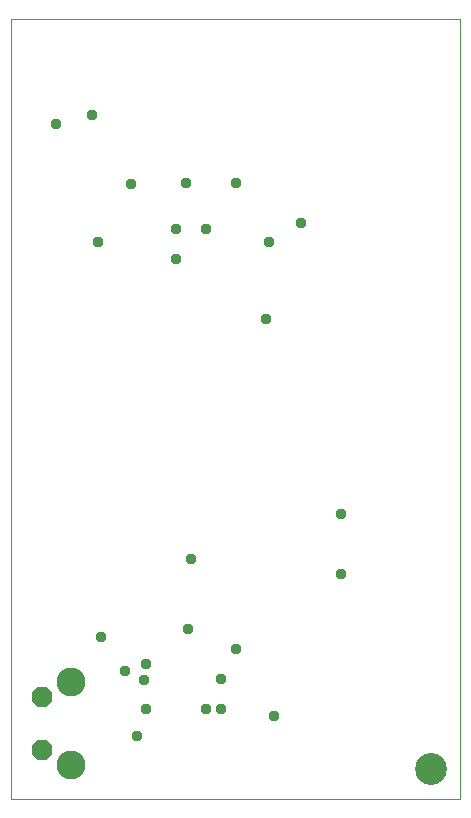
<source format=gbs>
G75*
%MOIN*%
%OFA0B0*%
%FSLAX25Y25*%
%IPPOS*%
%LPD*%
%AMOC8*
5,1,8,0,0,1.08239X$1,22.5*
%
%ADD10C,0.00000*%
%ADD11C,0.10643*%
%ADD12OC8,0.06800*%
%ADD13C,0.09650*%
%ADD14C,0.03778*%
D10*
X0057595Y0123933D02*
X0057595Y0383776D01*
X0207201Y0383776D01*
X0207201Y0123933D01*
X0057595Y0123933D01*
X0192438Y0133776D02*
X0192440Y0133916D01*
X0192446Y0134056D01*
X0192456Y0134195D01*
X0192470Y0134334D01*
X0192488Y0134473D01*
X0192509Y0134611D01*
X0192535Y0134749D01*
X0192565Y0134886D01*
X0192598Y0135021D01*
X0192636Y0135156D01*
X0192677Y0135290D01*
X0192722Y0135423D01*
X0192770Y0135554D01*
X0192823Y0135683D01*
X0192879Y0135812D01*
X0192938Y0135938D01*
X0193002Y0136063D01*
X0193068Y0136186D01*
X0193139Y0136307D01*
X0193212Y0136426D01*
X0193289Y0136543D01*
X0193370Y0136657D01*
X0193453Y0136769D01*
X0193540Y0136879D01*
X0193630Y0136987D01*
X0193722Y0137091D01*
X0193818Y0137193D01*
X0193917Y0137293D01*
X0194018Y0137389D01*
X0194122Y0137483D01*
X0194229Y0137573D01*
X0194338Y0137660D01*
X0194450Y0137745D01*
X0194564Y0137826D01*
X0194680Y0137904D01*
X0194798Y0137978D01*
X0194919Y0138049D01*
X0195041Y0138117D01*
X0195166Y0138181D01*
X0195292Y0138242D01*
X0195419Y0138299D01*
X0195549Y0138352D01*
X0195680Y0138402D01*
X0195812Y0138447D01*
X0195945Y0138490D01*
X0196080Y0138528D01*
X0196215Y0138562D01*
X0196352Y0138593D01*
X0196489Y0138620D01*
X0196627Y0138642D01*
X0196766Y0138661D01*
X0196905Y0138676D01*
X0197044Y0138687D01*
X0197184Y0138694D01*
X0197324Y0138697D01*
X0197464Y0138696D01*
X0197604Y0138691D01*
X0197743Y0138682D01*
X0197883Y0138669D01*
X0198022Y0138652D01*
X0198160Y0138631D01*
X0198298Y0138607D01*
X0198435Y0138578D01*
X0198571Y0138546D01*
X0198706Y0138509D01*
X0198840Y0138469D01*
X0198973Y0138425D01*
X0199104Y0138377D01*
X0199234Y0138326D01*
X0199363Y0138271D01*
X0199490Y0138212D01*
X0199615Y0138149D01*
X0199738Y0138084D01*
X0199860Y0138014D01*
X0199979Y0137941D01*
X0200097Y0137865D01*
X0200212Y0137786D01*
X0200325Y0137703D01*
X0200435Y0137617D01*
X0200543Y0137528D01*
X0200648Y0137436D01*
X0200751Y0137341D01*
X0200851Y0137243D01*
X0200948Y0137143D01*
X0201042Y0137039D01*
X0201134Y0136933D01*
X0201222Y0136825D01*
X0201307Y0136714D01*
X0201389Y0136600D01*
X0201468Y0136484D01*
X0201543Y0136367D01*
X0201615Y0136247D01*
X0201683Y0136125D01*
X0201748Y0136001D01*
X0201810Y0135875D01*
X0201868Y0135748D01*
X0201922Y0135619D01*
X0201973Y0135488D01*
X0202019Y0135356D01*
X0202062Y0135223D01*
X0202102Y0135089D01*
X0202137Y0134954D01*
X0202169Y0134817D01*
X0202196Y0134680D01*
X0202220Y0134542D01*
X0202240Y0134404D01*
X0202256Y0134265D01*
X0202268Y0134125D01*
X0202276Y0133986D01*
X0202280Y0133846D01*
X0202280Y0133706D01*
X0202276Y0133566D01*
X0202268Y0133427D01*
X0202256Y0133287D01*
X0202240Y0133148D01*
X0202220Y0133010D01*
X0202196Y0132872D01*
X0202169Y0132735D01*
X0202137Y0132598D01*
X0202102Y0132463D01*
X0202062Y0132329D01*
X0202019Y0132196D01*
X0201973Y0132064D01*
X0201922Y0131933D01*
X0201868Y0131804D01*
X0201810Y0131677D01*
X0201748Y0131551D01*
X0201683Y0131427D01*
X0201615Y0131305D01*
X0201543Y0131185D01*
X0201468Y0131068D01*
X0201389Y0130952D01*
X0201307Y0130838D01*
X0201222Y0130727D01*
X0201134Y0130619D01*
X0201042Y0130513D01*
X0200948Y0130409D01*
X0200851Y0130309D01*
X0200751Y0130211D01*
X0200648Y0130116D01*
X0200543Y0130024D01*
X0200435Y0129935D01*
X0200325Y0129849D01*
X0200212Y0129766D01*
X0200097Y0129687D01*
X0199979Y0129611D01*
X0199860Y0129538D01*
X0199738Y0129468D01*
X0199615Y0129403D01*
X0199490Y0129340D01*
X0199363Y0129281D01*
X0199234Y0129226D01*
X0199104Y0129175D01*
X0198973Y0129127D01*
X0198840Y0129083D01*
X0198706Y0129043D01*
X0198571Y0129006D01*
X0198435Y0128974D01*
X0198298Y0128945D01*
X0198160Y0128921D01*
X0198022Y0128900D01*
X0197883Y0128883D01*
X0197743Y0128870D01*
X0197604Y0128861D01*
X0197464Y0128856D01*
X0197324Y0128855D01*
X0197184Y0128858D01*
X0197044Y0128865D01*
X0196905Y0128876D01*
X0196766Y0128891D01*
X0196627Y0128910D01*
X0196489Y0128932D01*
X0196352Y0128959D01*
X0196215Y0128990D01*
X0196080Y0129024D01*
X0195945Y0129062D01*
X0195812Y0129105D01*
X0195680Y0129150D01*
X0195549Y0129200D01*
X0195419Y0129253D01*
X0195292Y0129310D01*
X0195166Y0129371D01*
X0195041Y0129435D01*
X0194919Y0129503D01*
X0194798Y0129574D01*
X0194680Y0129648D01*
X0194564Y0129726D01*
X0194450Y0129807D01*
X0194338Y0129892D01*
X0194229Y0129979D01*
X0194122Y0130069D01*
X0194018Y0130163D01*
X0193917Y0130259D01*
X0193818Y0130359D01*
X0193722Y0130461D01*
X0193630Y0130565D01*
X0193540Y0130673D01*
X0193453Y0130783D01*
X0193370Y0130895D01*
X0193289Y0131009D01*
X0193212Y0131126D01*
X0193139Y0131245D01*
X0193068Y0131366D01*
X0193002Y0131489D01*
X0192938Y0131614D01*
X0192879Y0131740D01*
X0192823Y0131869D01*
X0192770Y0131998D01*
X0192722Y0132129D01*
X0192677Y0132262D01*
X0192636Y0132396D01*
X0192598Y0132531D01*
X0192565Y0132666D01*
X0192535Y0132803D01*
X0192509Y0132941D01*
X0192488Y0133079D01*
X0192470Y0133218D01*
X0192456Y0133357D01*
X0192446Y0133496D01*
X0192440Y0133636D01*
X0192438Y0133776D01*
D11*
X0197359Y0133776D03*
D12*
X0067695Y0140033D03*
X0067695Y0157833D03*
D13*
X0077495Y0162733D03*
X0077495Y0135133D03*
D14*
X0095395Y0166533D03*
X0101995Y0163533D03*
X0102595Y0168933D03*
X0102595Y0153933D03*
X0099395Y0144933D03*
X0087595Y0177933D03*
X0116395Y0180333D03*
X0127595Y0163933D03*
X0132595Y0173933D03*
X0127595Y0153933D03*
X0122595Y0153933D03*
X0145195Y0151533D03*
X0167595Y0198933D03*
X0167595Y0218933D03*
X0142595Y0283933D03*
X0143395Y0309333D03*
X0154195Y0315933D03*
X0132395Y0329133D03*
X0122595Y0313933D03*
X0115795Y0329133D03*
X0112595Y0313933D03*
X0112595Y0303933D03*
X0097595Y0328933D03*
X0086395Y0309333D03*
X0072595Y0348933D03*
X0084595Y0351733D03*
X0117595Y0203933D03*
M02*

</source>
